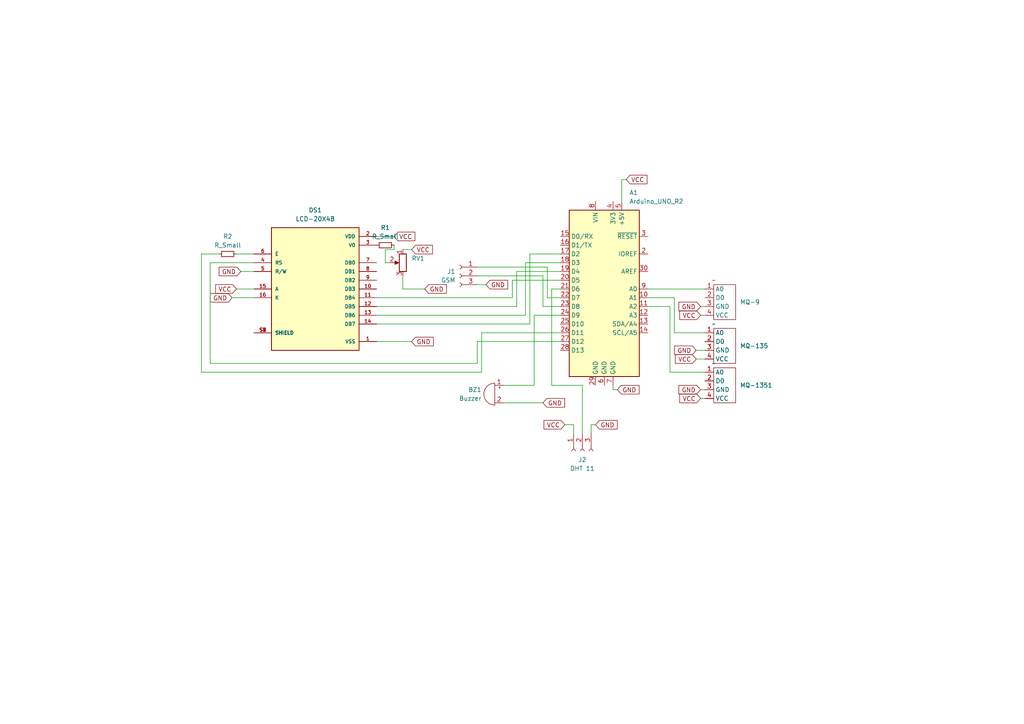
<source format=kicad_sch>
(kicad_sch (version 20230121) (generator eeschema)

  (uuid 718da5dc-deb2-4c02-95e8-01ff0763f143)

  (paper "A4")

  (lib_symbols
    (symbol "Connector:Conn_01x03_Socket" (pin_names (offset 1.016) hide) (in_bom yes) (on_board yes)
      (property "Reference" "J" (at 0 5.08 0)
        (effects (font (size 1.27 1.27)))
      )
      (property "Value" "Conn_01x03_Socket" (at 0 -5.08 0)
        (effects (font (size 1.27 1.27)))
      )
      (property "Footprint" "" (at 0 0 0)
        (effects (font (size 1.27 1.27)) hide)
      )
      (property "Datasheet" "~" (at 0 0 0)
        (effects (font (size 1.27 1.27)) hide)
      )
      (property "ki_locked" "" (at 0 0 0)
        (effects (font (size 1.27 1.27)))
      )
      (property "ki_keywords" "connector" (at 0 0 0)
        (effects (font (size 1.27 1.27)) hide)
      )
      (property "ki_description" "Generic connector, single row, 01x03, script generated" (at 0 0 0)
        (effects (font (size 1.27 1.27)) hide)
      )
      (property "ki_fp_filters" "Connector*:*_1x??_*" (at 0 0 0)
        (effects (font (size 1.27 1.27)) hide)
      )
      (symbol "Conn_01x03_Socket_1_1"
        (arc (start 0 -2.032) (mid -0.5058 -2.54) (end 0 -3.048)
          (stroke (width 0.1524) (type default))
          (fill (type none))
        )
        (polyline
          (pts
            (xy -1.27 -2.54)
            (xy -0.508 -2.54)
          )
          (stroke (width 0.1524) (type default))
          (fill (type none))
        )
        (polyline
          (pts
            (xy -1.27 0)
            (xy -0.508 0)
          )
          (stroke (width 0.1524) (type default))
          (fill (type none))
        )
        (polyline
          (pts
            (xy -1.27 2.54)
            (xy -0.508 2.54)
          )
          (stroke (width 0.1524) (type default))
          (fill (type none))
        )
        (arc (start 0 0.508) (mid -0.5058 0) (end 0 -0.508)
          (stroke (width 0.1524) (type default))
          (fill (type none))
        )
        (arc (start 0 3.048) (mid -0.5058 2.54) (end 0 2.032)
          (stroke (width 0.1524) (type default))
          (fill (type none))
        )
        (pin passive line (at -5.08 2.54 0) (length 3.81)
          (name "Pin_1" (effects (font (size 1.27 1.27))))
          (number "1" (effects (font (size 1.27 1.27))))
        )
        (pin passive line (at -5.08 0 0) (length 3.81)
          (name "Pin_2" (effects (font (size 1.27 1.27))))
          (number "2" (effects (font (size 1.27 1.27))))
        )
        (pin passive line (at -5.08 -2.54 0) (length 3.81)
          (name "Pin_3" (effects (font (size 1.27 1.27))))
          (number "3" (effects (font (size 1.27 1.27))))
        )
      )
    )
    (symbol "Device:Buzzer" (pin_names (offset 0.0254) hide) (in_bom yes) (on_board yes)
      (property "Reference" "BZ" (at 3.81 1.27 0)
        (effects (font (size 1.27 1.27)) (justify left))
      )
      (property "Value" "Buzzer" (at 3.81 -1.27 0)
        (effects (font (size 1.27 1.27)) (justify left))
      )
      (property "Footprint" "" (at -0.635 2.54 90)
        (effects (font (size 1.27 1.27)) hide)
      )
      (property "Datasheet" "~" (at -0.635 2.54 90)
        (effects (font (size 1.27 1.27)) hide)
      )
      (property "ki_keywords" "quartz resonator ceramic" (at 0 0 0)
        (effects (font (size 1.27 1.27)) hide)
      )
      (property "ki_description" "Buzzer, polarized" (at 0 0 0)
        (effects (font (size 1.27 1.27)) hide)
      )
      (property "ki_fp_filters" "*Buzzer*" (at 0 0 0)
        (effects (font (size 1.27 1.27)) hide)
      )
      (symbol "Buzzer_0_1"
        (arc (start 0 -3.175) (mid 3.1612 0) (end 0 3.175)
          (stroke (width 0) (type default))
          (fill (type none))
        )
        (polyline
          (pts
            (xy -1.651 1.905)
            (xy -1.143 1.905)
          )
          (stroke (width 0) (type default))
          (fill (type none))
        )
        (polyline
          (pts
            (xy -1.397 2.159)
            (xy -1.397 1.651)
          )
          (stroke (width 0) (type default))
          (fill (type none))
        )
        (polyline
          (pts
            (xy 0 3.175)
            (xy 0 -3.175)
          )
          (stroke (width 0) (type default))
          (fill (type none))
        )
      )
      (symbol "Buzzer_1_1"
        (pin passive line (at -2.54 2.54 0) (length 2.54)
          (name "+" (effects (font (size 1.27 1.27))))
          (number "1" (effects (font (size 1.27 1.27))))
        )
        (pin passive line (at -2.54 -2.54 0) (length 2.54)
          (name "-" (effects (font (size 1.27 1.27))))
          (number "2" (effects (font (size 1.27 1.27))))
        )
      )
    )
    (symbol "Device:R_Potentiometer" (pin_names (offset 1.016) hide) (in_bom yes) (on_board yes)
      (property "Reference" "RV" (at -4.445 0 90)
        (effects (font (size 1.27 1.27)))
      )
      (property "Value" "R_Potentiometer" (at -2.54 0 90)
        (effects (font (size 1.27 1.27)))
      )
      (property "Footprint" "" (at 0 0 0)
        (effects (font (size 1.27 1.27)) hide)
      )
      (property "Datasheet" "~" (at 0 0 0)
        (effects (font (size 1.27 1.27)) hide)
      )
      (property "ki_keywords" "resistor variable" (at 0 0 0)
        (effects (font (size 1.27 1.27)) hide)
      )
      (property "ki_description" "Potentiometer" (at 0 0 0)
        (effects (font (size 1.27 1.27)) hide)
      )
      (property "ki_fp_filters" "Potentiometer*" (at 0 0 0)
        (effects (font (size 1.27 1.27)) hide)
      )
      (symbol "R_Potentiometer_0_1"
        (polyline
          (pts
            (xy 2.54 0)
            (xy 1.524 0)
          )
          (stroke (width 0) (type default))
          (fill (type none))
        )
        (polyline
          (pts
            (xy 1.143 0)
            (xy 2.286 0.508)
            (xy 2.286 -0.508)
            (xy 1.143 0)
          )
          (stroke (width 0) (type default))
          (fill (type outline))
        )
        (rectangle (start 1.016 2.54) (end -1.016 -2.54)
          (stroke (width 0.254) (type default))
          (fill (type none))
        )
      )
      (symbol "R_Potentiometer_1_1"
        (pin passive line (at 0 3.81 270) (length 1.27)
          (name "1" (effects (font (size 1.27 1.27))))
          (number "1" (effects (font (size 1.27 1.27))))
        )
        (pin passive line (at 3.81 0 180) (length 1.27)
          (name "2" (effects (font (size 1.27 1.27))))
          (number "2" (effects (font (size 1.27 1.27))))
        )
        (pin passive line (at 0 -3.81 90) (length 1.27)
          (name "3" (effects (font (size 1.27 1.27))))
          (number "3" (effects (font (size 1.27 1.27))))
        )
      )
    )
    (symbol "Device:R_Small" (pin_numbers hide) (pin_names (offset 0.254) hide) (in_bom yes) (on_board yes)
      (property "Reference" "R" (at 0.762 0.508 0)
        (effects (font (size 1.27 1.27)) (justify left))
      )
      (property "Value" "R_Small" (at 0.762 -1.016 0)
        (effects (font (size 1.27 1.27)) (justify left))
      )
      (property "Footprint" "" (at 0 0 0)
        (effects (font (size 1.27 1.27)) hide)
      )
      (property "Datasheet" "~" (at 0 0 0)
        (effects (font (size 1.27 1.27)) hide)
      )
      (property "ki_keywords" "R resistor" (at 0 0 0)
        (effects (font (size 1.27 1.27)) hide)
      )
      (property "ki_description" "Resistor, small symbol" (at 0 0 0)
        (effects (font (size 1.27 1.27)) hide)
      )
      (property "ki_fp_filters" "R_*" (at 0 0 0)
        (effects (font (size 1.27 1.27)) hide)
      )
      (symbol "R_Small_0_1"
        (rectangle (start -0.762 1.778) (end 0.762 -1.778)
          (stroke (width 0.2032) (type default))
          (fill (type none))
        )
      )
      (symbol "R_Small_1_1"
        (pin passive line (at 0 2.54 270) (length 0.762)
          (name "~" (effects (font (size 1.27 1.27))))
          (number "1" (effects (font (size 1.27 1.27))))
        )
        (pin passive line (at 0 -2.54 90) (length 0.762)
          (name "~" (effects (font (size 1.27 1.27))))
          (number "2" (effects (font (size 1.27 1.27))))
        )
      )
    )
    (symbol "LCD-20X4B:LCD-20X4B" (pin_names (offset 1.016)) (in_bom yes) (on_board yes)
      (property "Reference" "DS" (at -12.7 19.05 0)
        (effects (font (size 1.27 1.27)) (justify left bottom))
      )
      (property "Value" "LCD-20X4B" (at -12.7 -20.32 0)
        (effects (font (size 1.27 1.27)) (justify left bottom))
      )
      (property "Footprint" "LCD-20X4B:LCD_LCD-20X4B" (at 0 0 0)
        (effects (font (size 1.27 1.27)) (justify bottom) hide)
      )
      (property "Datasheet" "" (at 0 0 0)
        (effects (font (size 1.27 1.27)) hide)
      )
      (property "MF" "Gravitech" (at 0 0 0)
        (effects (font (size 1.27 1.27)) (justify bottom) hide)
      )
      (property "MAXIMUM_PACKAGE_HEIGHT" "14 mm" (at 0 0 0)
        (effects (font (size 1.27 1.27)) (justify bottom) hide)
      )
      (property "Package" "None" (at 0 0 0)
        (effects (font (size 1.27 1.27)) (justify bottom) hide)
      )
      (property "Price" "None" (at 0 0 0)
        (effects (font (size 1.27 1.27)) (justify bottom) hide)
      )
      (property "Check_prices" "https://www.snapeda.com/parts/LCD-20X4B/Gravitech/view-part/?ref=eda" (at 0 0 0)
        (effects (font (size 1.27 1.27)) (justify bottom) hide)
      )
      (property "STANDARD" "Manufacturer Recommendations" (at 0 0 0)
        (effects (font (size 1.27 1.27)) (justify bottom) hide)
      )
      (property "PARTREV" "N/A" (at 0 0 0)
        (effects (font (size 1.27 1.27)) (justify bottom) hide)
      )
      (property "SnapEDA_Link" "https://www.snapeda.com/parts/LCD-20X4B/Gravitech/view-part/?ref=snap" (at 0 0 0)
        (effects (font (size 1.27 1.27)) (justify bottom) hide)
      )
      (property "MP" "LCD-20X4B" (at 0 0 0)
        (effects (font (size 1.27 1.27)) (justify bottom) hide)
      )
      (property "Description" "\n                        \n                            Display Development Tools 20X4 CHARACTER BLUE LCD W/BACKLIGHT\n                        \n" (at 0 0 0)
        (effects (font (size 1.27 1.27)) (justify bottom) hide)
      )
      (property "Availability" "Not in stock" (at 0 0 0)
        (effects (font (size 1.27 1.27)) (justify bottom) hide)
      )
      (property "MANUFACTURER" "Gravitech" (at 0 0 0)
        (effects (font (size 1.27 1.27)) (justify bottom) hide)
      )
      (symbol "LCD-20X4B_0_0"
        (rectangle (start -12.7 -17.78) (end 12.7 17.78)
          (stroke (width 0.254) (type default))
          (fill (type background))
        )
        (pin power_in line (at 17.78 -15.24 180) (length 5.08)
          (name "VSS" (effects (font (size 1.016 1.016))))
          (number "1" (effects (font (size 1.016 1.016))))
        )
        (pin bidirectional line (at 17.78 0 180) (length 5.08)
          (name "DB3" (effects (font (size 1.016 1.016))))
          (number "10" (effects (font (size 1.016 1.016))))
        )
        (pin bidirectional line (at 17.78 -2.54 180) (length 5.08)
          (name "DB4" (effects (font (size 1.016 1.016))))
          (number "11" (effects (font (size 1.016 1.016))))
        )
        (pin bidirectional line (at 17.78 -5.08 180) (length 5.08)
          (name "DB5" (effects (font (size 1.016 1.016))))
          (number "12" (effects (font (size 1.016 1.016))))
        )
        (pin bidirectional line (at 17.78 -7.62 180) (length 5.08)
          (name "DB6" (effects (font (size 1.016 1.016))))
          (number "13" (effects (font (size 1.016 1.016))))
        )
        (pin bidirectional line (at 17.78 -10.16 180) (length 5.08)
          (name "DB7" (effects (font (size 1.016 1.016))))
          (number "14" (effects (font (size 1.016 1.016))))
        )
        (pin passive line (at -17.78 0 0) (length 5.08)
          (name "A" (effects (font (size 1.016 1.016))))
          (number "15" (effects (font (size 1.016 1.016))))
        )
        (pin passive line (at -17.78 -2.54 0) (length 5.08)
          (name "K" (effects (font (size 1.016 1.016))))
          (number "16" (effects (font (size 1.016 1.016))))
        )
        (pin power_in line (at 17.78 15.24 180) (length 5.08)
          (name "VDD" (effects (font (size 1.016 1.016))))
          (number "2" (effects (font (size 1.016 1.016))))
        )
        (pin power_in line (at 17.78 12.7 180) (length 5.08)
          (name "V0" (effects (font (size 1.016 1.016))))
          (number "3" (effects (font (size 1.016 1.016))))
        )
        (pin input line (at -17.78 7.62 0) (length 5.08)
          (name "RS" (effects (font (size 1.016 1.016))))
          (number "4" (effects (font (size 1.016 1.016))))
        )
        (pin input line (at -17.78 5.08 0) (length 5.08)
          (name "R/W" (effects (font (size 1.016 1.016))))
          (number "5" (effects (font (size 1.016 1.016))))
        )
        (pin input line (at -17.78 10.16 0) (length 5.08)
          (name "E" (effects (font (size 1.016 1.016))))
          (number "6" (effects (font (size 1.016 1.016))))
        )
        (pin bidirectional line (at 17.78 7.62 180) (length 5.08)
          (name "DB0" (effects (font (size 1.016 1.016))))
          (number "7" (effects (font (size 1.016 1.016))))
        )
        (pin bidirectional line (at 17.78 5.08 180) (length 5.08)
          (name "DB1" (effects (font (size 1.016 1.016))))
          (number "8" (effects (font (size 1.016 1.016))))
        )
        (pin bidirectional line (at 17.78 2.54 180) (length 5.08)
          (name "DB2" (effects (font (size 1.016 1.016))))
          (number "9" (effects (font (size 1.016 1.016))))
        )
        (pin passive line (at -17.78 -12.7 0) (length 5.08)
          (name "SHIELD" (effects (font (size 1.016 1.016))))
          (number "S1" (effects (font (size 1.016 1.016))))
        )
        (pin passive line (at -17.78 -12.7 0) (length 5.08)
          (name "SHIELD" (effects (font (size 1.016 1.016))))
          (number "S2" (effects (font (size 1.016 1.016))))
        )
        (pin passive line (at -17.78 -12.7 0) (length 5.08)
          (name "SHIELD" (effects (font (size 1.016 1.016))))
          (number "S3" (effects (font (size 1.016 1.016))))
        )
        (pin passive line (at -17.78 -12.7 0) (length 5.08)
          (name "SHIELD" (effects (font (size 1.016 1.016))))
          (number "S4" (effects (font (size 1.016 1.016))))
        )
      )
    )
    (symbol "MCU_Module:Arduino_UNO_R2" (in_bom yes) (on_board yes)
      (property "Reference" "A" (at -10.16 23.495 0)
        (effects (font (size 1.27 1.27)) (justify left bottom))
      )
      (property "Value" "Arduino_UNO_R2" (at 5.08 -26.67 0)
        (effects (font (size 1.27 1.27)) (justify left top))
      )
      (property "Footprint" "Module:Arduino_UNO_R2" (at 0 0 0)
        (effects (font (size 1.27 1.27) italic) hide)
      )
      (property "Datasheet" "https://www.arduino.cc/en/Main/arduinoBoardUno" (at 0 0 0)
        (effects (font (size 1.27 1.27)) hide)
      )
      (property "ki_keywords" "Arduino UNO R3 Microcontroller Module Atmel AVR USB" (at 0 0 0)
        (effects (font (size 1.27 1.27)) hide)
      )
      (property "ki_description" "Arduino UNO Microcontroller Module, release 2" (at 0 0 0)
        (effects (font (size 1.27 1.27)) hide)
      )
      (property "ki_fp_filters" "Arduino*UNO*R2*" (at 0 0 0)
        (effects (font (size 1.27 1.27)) hide)
      )
      (symbol "Arduino_UNO_R2_0_1"
        (rectangle (start -10.16 22.86) (end 10.16 -25.4)
          (stroke (width 0.254) (type default))
          (fill (type background))
        )
      )
      (symbol "Arduino_UNO_R2_1_1"
        (pin no_connect line (at -10.16 -20.32 0) (length 2.54) hide
          (name "NC" (effects (font (size 1.27 1.27))))
          (number "1" (effects (font (size 1.27 1.27))))
        )
        (pin bidirectional line (at 12.7 -2.54 180) (length 2.54)
          (name "A1" (effects (font (size 1.27 1.27))))
          (number "10" (effects (font (size 1.27 1.27))))
        )
        (pin bidirectional line (at 12.7 -5.08 180) (length 2.54)
          (name "A2" (effects (font (size 1.27 1.27))))
          (number "11" (effects (font (size 1.27 1.27))))
        )
        (pin bidirectional line (at 12.7 -7.62 180) (length 2.54)
          (name "A3" (effects (font (size 1.27 1.27))))
          (number "12" (effects (font (size 1.27 1.27))))
        )
        (pin bidirectional line (at 12.7 -10.16 180) (length 2.54)
          (name "SDA/A4" (effects (font (size 1.27 1.27))))
          (number "13" (effects (font (size 1.27 1.27))))
        )
        (pin bidirectional line (at 12.7 -12.7 180) (length 2.54)
          (name "SCL/A5" (effects (font (size 1.27 1.27))))
          (number "14" (effects (font (size 1.27 1.27))))
        )
        (pin bidirectional line (at -12.7 15.24 0) (length 2.54)
          (name "D0/RX" (effects (font (size 1.27 1.27))))
          (number "15" (effects (font (size 1.27 1.27))))
        )
        (pin bidirectional line (at -12.7 12.7 0) (length 2.54)
          (name "D1/TX" (effects (font (size 1.27 1.27))))
          (number "16" (effects (font (size 1.27 1.27))))
        )
        (pin bidirectional line (at -12.7 10.16 0) (length 2.54)
          (name "D2" (effects (font (size 1.27 1.27))))
          (number "17" (effects (font (size 1.27 1.27))))
        )
        (pin bidirectional line (at -12.7 7.62 0) (length 2.54)
          (name "D3" (effects (font (size 1.27 1.27))))
          (number "18" (effects (font (size 1.27 1.27))))
        )
        (pin bidirectional line (at -12.7 5.08 0) (length 2.54)
          (name "D4" (effects (font (size 1.27 1.27))))
          (number "19" (effects (font (size 1.27 1.27))))
        )
        (pin output line (at 12.7 10.16 180) (length 2.54)
          (name "IOREF" (effects (font (size 1.27 1.27))))
          (number "2" (effects (font (size 1.27 1.27))))
        )
        (pin bidirectional line (at -12.7 2.54 0) (length 2.54)
          (name "D5" (effects (font (size 1.27 1.27))))
          (number "20" (effects (font (size 1.27 1.27))))
        )
        (pin bidirectional line (at -12.7 0 0) (length 2.54)
          (name "D6" (effects (font (size 1.27 1.27))))
          (number "21" (effects (font (size 1.27 1.27))))
        )
        (pin bidirectional line (at -12.7 -2.54 0) (length 2.54)
          (name "D7" (effects (font (size 1.27 1.27))))
          (number "22" (effects (font (size 1.27 1.27))))
        )
        (pin bidirectional line (at -12.7 -5.08 0) (length 2.54)
          (name "D8" (effects (font (size 1.27 1.27))))
          (number "23" (effects (font (size 1.27 1.27))))
        )
        (pin bidirectional line (at -12.7 -7.62 0) (length 2.54)
          (name "D9" (effects (font (size 1.27 1.27))))
          (number "24" (effects (font (size 1.27 1.27))))
        )
        (pin bidirectional line (at -12.7 -10.16 0) (length 2.54)
          (name "D10" (effects (font (size 1.27 1.27))))
          (number "25" (effects (font (size 1.27 1.27))))
        )
        (pin bidirectional line (at -12.7 -12.7 0) (length 2.54)
          (name "D11" (effects (font (size 1.27 1.27))))
          (number "26" (effects (font (size 1.27 1.27))))
        )
        (pin bidirectional line (at -12.7 -15.24 0) (length 2.54)
          (name "D12" (effects (font (size 1.27 1.27))))
          (number "27" (effects (font (size 1.27 1.27))))
        )
        (pin bidirectional line (at -12.7 -17.78 0) (length 2.54)
          (name "D13" (effects (font (size 1.27 1.27))))
          (number "28" (effects (font (size 1.27 1.27))))
        )
        (pin power_in line (at -2.54 -27.94 90) (length 2.54)
          (name "GND" (effects (font (size 1.27 1.27))))
          (number "29" (effects (font (size 1.27 1.27))))
        )
        (pin input line (at 12.7 15.24 180) (length 2.54)
          (name "~{RESET}" (effects (font (size 1.27 1.27))))
          (number "3" (effects (font (size 1.27 1.27))))
        )
        (pin input line (at 12.7 5.08 180) (length 2.54)
          (name "AREF" (effects (font (size 1.27 1.27))))
          (number "30" (effects (font (size 1.27 1.27))))
        )
        (pin power_out line (at 2.54 25.4 270) (length 2.54)
          (name "3V3" (effects (font (size 1.27 1.27))))
          (number "4" (effects (font (size 1.27 1.27))))
        )
        (pin power_out line (at 5.08 25.4 270) (length 2.54)
          (name "+5V" (effects (font (size 1.27 1.27))))
          (number "5" (effects (font (size 1.27 1.27))))
        )
        (pin power_in line (at 0 -27.94 90) (length 2.54)
          (name "GND" (effects (font (size 1.27 1.27))))
          (number "6" (effects (font (size 1.27 1.27))))
        )
        (pin power_in line (at 2.54 -27.94 90) (length 2.54)
          (name "GND" (effects (font (size 1.27 1.27))))
          (number "7" (effects (font (size 1.27 1.27))))
        )
        (pin power_in line (at -2.54 25.4 270) (length 2.54)
          (name "VIN" (effects (font (size 1.27 1.27))))
          (number "8" (effects (font (size 1.27 1.27))))
        )
        (pin bidirectional line (at 12.7 0 180) (length 2.54)
          (name "A0" (effects (font (size 1.27 1.27))))
          (number "9" (effects (font (size 1.27 1.27))))
        )
      )
    )
    (symbol "MQ-9:MQ-9" (in_bom yes) (on_board yes)
      (property "Reference" "MQ-9" (at 0 0 0)
        (effects (font (size 1.27 1.27)))
      )
      (property "Value" "" (at 0 0 0)
        (effects (font (size 1.27 1.27)))
      )
      (property "Footprint" "" (at 0 0 0)
        (effects (font (size 1.27 1.27)) hide)
      )
      (property "Datasheet" "" (at 0 0 0)
        (effects (font (size 1.27 1.27)) hide)
      )
      (symbol "MQ-9_0_1"
        (rectangle (start 0 -1.27) (end 6.35 -11.43)
          (stroke (width 0) (type default))
          (fill (type none))
        )
      )
      (symbol "MQ-9_1_1"
        (pin input line (at -2.54 -2.54 0) (length 2.54)
          (name "A0" (effects (font (size 1.27 1.27))))
          (number "1" (effects (font (size 1.27 1.27))))
        )
        (pin input line (at -2.54 -5.08 0) (length 2.54)
          (name "D0" (effects (font (size 1.27 1.27))))
          (number "2" (effects (font (size 1.27 1.27))))
        )
        (pin power_in line (at -2.54 -7.62 0) (length 2.54)
          (name "GND" (effects (font (size 1.27 1.27))))
          (number "3" (effects (font (size 1.27 1.27))))
        )
        (pin power_in line (at -2.54 -10.16 0) (length 2.54)
          (name "VCC" (effects (font (size 1.27 1.27))))
          (number "4" (effects (font (size 1.27 1.27))))
        )
      )
    )
  )


  (wire (pts (xy 160.02 111.76) (xy 168.91 111.76))
    (stroke (width 0) (type default))
    (uuid 033a00db-1ada-4908-9122-6ec0818c849c)
  )
  (wire (pts (xy 187.96 88.9) (xy 194.31 88.9))
    (stroke (width 0) (type default))
    (uuid 06521c13-d550-467e-ac11-234e91423083)
  )
  (wire (pts (xy 146.05 116.84) (xy 157.48 116.84))
    (stroke (width 0) (type default))
    (uuid 07b0df9a-e769-4125-884b-3c483b3e71b8)
  )
  (wire (pts (xy 138.43 77.47) (xy 158.75 77.47))
    (stroke (width 0) (type default))
    (uuid 0a8944ed-d5f0-49e4-a81d-8ca61d8804e1)
  )
  (wire (pts (xy 58.42 107.95) (xy 139.7 107.95))
    (stroke (width 0) (type default))
    (uuid 142814d0-3190-4507-9f45-3e55315bb464)
  )
  (wire (pts (xy 148.59 86.36) (xy 148.59 81.28))
    (stroke (width 0) (type default))
    (uuid 1918e263-13b0-4b8d-8549-c6625e04f872)
  )
  (wire (pts (xy 203.2 115.57) (xy 204.47 115.57))
    (stroke (width 0) (type default))
    (uuid 2563f2ff-5e7e-4d66-aef1-6b24c7b6d8b8)
  )
  (wire (pts (xy 68.58 83.82) (xy 73.66 83.82))
    (stroke (width 0) (type default))
    (uuid 2972e2a3-b222-46e7-ad9a-544931be764c)
  )
  (wire (pts (xy 109.22 86.36) (xy 148.59 86.36))
    (stroke (width 0) (type default))
    (uuid 2cee255f-622a-4664-a23a-80d43d0cb308)
  )
  (wire (pts (xy 148.59 81.28) (xy 162.56 81.28))
    (stroke (width 0) (type default))
    (uuid 2e0d7fc9-4bb1-4770-97d8-5b2ed38826df)
  )
  (wire (pts (xy 203.2 91.44) (xy 204.47 91.44))
    (stroke (width 0) (type default))
    (uuid 30970917-cdb1-4c4a-8a5a-d8e1f671c3ce)
  )
  (wire (pts (xy 146.05 111.76) (xy 154.94 111.76))
    (stroke (width 0) (type default))
    (uuid 32ad19dd-02ff-456f-bba7-6ae722625e0b)
  )
  (wire (pts (xy 139.7 96.52) (xy 162.56 96.52))
    (stroke (width 0) (type default))
    (uuid 347da14b-5b82-4441-b890-72a83114cebb)
  )
  (wire (pts (xy 139.7 107.95) (xy 139.7 96.52))
    (stroke (width 0) (type default))
    (uuid 37aa4c37-c2f2-4444-b744-a3b868ebd452)
  )
  (wire (pts (xy 138.43 105.41) (xy 138.43 99.06))
    (stroke (width 0) (type default))
    (uuid 381149ef-e1ae-4ede-8f60-f329356a37cd)
  )
  (wire (pts (xy 73.66 76.2) (xy 60.96 76.2))
    (stroke (width 0) (type default))
    (uuid 3e947d79-134d-4332-a928-dfa67c04c6fa)
  )
  (wire (pts (xy 187.96 86.36) (xy 195.58 86.36))
    (stroke (width 0) (type default))
    (uuid 40890d77-8466-4018-bf17-83cf978636fe)
  )
  (wire (pts (xy 116.84 80.01) (xy 116.84 83.82))
    (stroke (width 0) (type default))
    (uuid 424bdcad-04ef-4e70-a300-637de661844a)
  )
  (wire (pts (xy 138.43 99.06) (xy 162.56 99.06))
    (stroke (width 0) (type default))
    (uuid 47173c99-133d-48c6-9d29-f0acadfbc71f)
  )
  (wire (pts (xy 195.58 96.52) (xy 204.47 96.52))
    (stroke (width 0) (type default))
    (uuid 4c187151-77b8-4fff-828a-8a26f5a4a32f)
  )
  (wire (pts (xy 203.2 88.9) (xy 204.47 88.9))
    (stroke (width 0) (type default))
    (uuid 4fe002ad-1b4f-4caa-86c8-7c39d664d3f6)
  )
  (wire (pts (xy 203.2 113.03) (xy 204.47 113.03))
    (stroke (width 0) (type default))
    (uuid 5a2ef1de-a33e-4810-a9d2-52291071f7a1)
  )
  (wire (pts (xy 163.83 123.19) (xy 166.37 123.19))
    (stroke (width 0) (type default))
    (uuid 68f68cf4-10db-4595-aafa-d0aaaeb1ad82)
  )
  (wire (pts (xy 109.22 88.9) (xy 149.86 88.9))
    (stroke (width 0) (type default))
    (uuid 6a9717ba-cfda-409c-a743-d544ad100b5d)
  )
  (wire (pts (xy 153.67 73.66) (xy 162.56 73.66))
    (stroke (width 0) (type default))
    (uuid 6ae30e8e-5d08-46d6-98b3-8bfa76023a39)
  )
  (wire (pts (xy 58.42 73.66) (xy 63.5 73.66))
    (stroke (width 0) (type default))
    (uuid 6e43d752-6ad8-4d04-adb3-550cd34c7c4a)
  )
  (wire (pts (xy 68.58 73.66) (xy 73.66 73.66))
    (stroke (width 0) (type default))
    (uuid 727beeac-76bc-4da3-93ae-ca53875aa5ac)
  )
  (wire (pts (xy 160.02 83.82) (xy 160.02 111.76))
    (stroke (width 0) (type default))
    (uuid 732e7b32-4f11-4d2e-979d-fa3aad8b2693)
  )
  (wire (pts (xy 180.34 52.07) (xy 181.61 52.07))
    (stroke (width 0) (type default))
    (uuid 73c32000-952d-4bd4-bb8d-27c1966f29f3)
  )
  (wire (pts (xy 149.86 78.74) (xy 162.56 78.74))
    (stroke (width 0) (type default))
    (uuid 769c19a0-7766-47fd-87f8-0e76e40fdf72)
  )
  (wire (pts (xy 109.22 91.44) (xy 152.4 91.44))
    (stroke (width 0) (type default))
    (uuid 7db6c69a-4c12-4868-ab18-a11ac16b18d9)
  )
  (wire (pts (xy 116.84 72.39) (xy 119.38 72.39))
    (stroke (width 0) (type default))
    (uuid 82e13a0e-3f74-4c05-bd79-c1c1279eb97d)
  )
  (wire (pts (xy 157.48 88.9) (xy 162.56 88.9))
    (stroke (width 0) (type default))
    (uuid 846aa95b-ffc0-46ff-98c9-39f4784f32a8)
  )
  (wire (pts (xy 162.56 83.82) (xy 160.02 83.82))
    (stroke (width 0) (type default))
    (uuid 8750b245-6901-4c75-857e-dcd2696808de)
  )
  (wire (pts (xy 162.56 91.44) (xy 154.94 91.44))
    (stroke (width 0) (type default))
    (uuid 8d2f76b0-a6f5-42ed-b7ee-454b1586eddc)
  )
  (wire (pts (xy 152.4 91.44) (xy 152.4 76.2))
    (stroke (width 0) (type default))
    (uuid 940b2c3b-3198-4d7e-9499-1ae0a0466282)
  )
  (wire (pts (xy 157.48 80.01) (xy 157.48 88.9))
    (stroke (width 0) (type default))
    (uuid 948d7c6b-dcc0-4bcf-bf40-18e0784b4ccb)
  )
  (wire (pts (xy 180.34 58.42) (xy 180.34 52.07))
    (stroke (width 0) (type default))
    (uuid 95b14be0-73d9-4afd-a0d9-8102769c5f4d)
  )
  (wire (pts (xy 158.75 86.36) (xy 162.56 86.36))
    (stroke (width 0) (type default))
    (uuid 95c00c18-c421-446c-be33-933831ebe330)
  )
  (wire (pts (xy 158.75 77.47) (xy 158.75 86.36))
    (stroke (width 0) (type default))
    (uuid 98067b56-2617-4a4c-adcd-18cfcd1f264b)
  )
  (wire (pts (xy 111.76 76.2) (xy 113.03 76.2))
    (stroke (width 0) (type default))
    (uuid a2cbd5d2-1d77-4bdd-b11c-652b58d5a25f)
  )
  (wire (pts (xy 201.93 101.6) (xy 204.47 101.6))
    (stroke (width 0) (type default))
    (uuid a5e1948f-5b33-4d31-9d8d-54e6fe3e13fb)
  )
  (wire (pts (xy 114.3 72.39) (xy 111.76 72.39))
    (stroke (width 0) (type default))
    (uuid a823347d-5d75-4d26-ab7e-1db0e41bea6a)
  )
  (wire (pts (xy 153.67 93.98) (xy 153.67 73.66))
    (stroke (width 0) (type default))
    (uuid aaea4360-7c6c-4d08-a6ef-77a8065eef49)
  )
  (wire (pts (xy 116.84 83.82) (xy 123.19 83.82))
    (stroke (width 0) (type default))
    (uuid aafd9a9d-0e53-4d6f-a6cd-b947e3fccc56)
  )
  (wire (pts (xy 154.94 111.76) (xy 154.94 91.44))
    (stroke (width 0) (type default))
    (uuid ad71c59c-15b4-46cb-a186-26f06f7c8c5e)
  )
  (wire (pts (xy 171.45 125.73) (xy 171.45 123.19))
    (stroke (width 0) (type default))
    (uuid b003653a-910a-40c0-990f-db6b4f4abd63)
  )
  (wire (pts (xy 114.3 71.12) (xy 114.3 72.39))
    (stroke (width 0) (type default))
    (uuid bd113918-a46c-42d6-bef0-f1152ae63904)
  )
  (wire (pts (xy 195.58 86.36) (xy 195.58 96.52))
    (stroke (width 0) (type default))
    (uuid be8daad3-0542-402b-ae2c-fb1d15c199d4)
  )
  (wire (pts (xy 152.4 76.2) (xy 162.56 76.2))
    (stroke (width 0) (type default))
    (uuid c05445ce-32a6-480a-850d-c94ec705b139)
  )
  (wire (pts (xy 177.8 111.76) (xy 177.8 113.03))
    (stroke (width 0) (type default))
    (uuid c3f7e917-5f3f-4994-b3b6-62f46a983262)
  )
  (wire (pts (xy 109.22 68.58) (xy 114.3 68.58))
    (stroke (width 0) (type default))
    (uuid c98b7b3e-4606-4ac6-a782-ac84ccfee0bb)
  )
  (wire (pts (xy 171.45 123.19) (xy 172.72 123.19))
    (stroke (width 0) (type default))
    (uuid d0383239-3a91-4121-a8fb-c271d09417bd)
  )
  (wire (pts (xy 60.96 105.41) (xy 138.43 105.41))
    (stroke (width 0) (type default))
    (uuid d0d28243-5cc1-4a7a-901a-fe5ff0204f9d)
  )
  (wire (pts (xy 69.85 78.74) (xy 73.66 78.74))
    (stroke (width 0) (type default))
    (uuid d5fd58f3-a400-466b-97dc-283cb283f65b)
  )
  (wire (pts (xy 194.31 88.9) (xy 194.31 107.95))
    (stroke (width 0) (type default))
    (uuid d6d199a1-b6f1-45c9-94c4-35f9044f6fde)
  )
  (wire (pts (xy 111.76 72.39) (xy 111.76 76.2))
    (stroke (width 0) (type default))
    (uuid d9f1962f-9d0d-48a5-adc1-244d775dac5f)
  )
  (wire (pts (xy 166.37 123.19) (xy 166.37 125.73))
    (stroke (width 0) (type default))
    (uuid dcf8262b-92c0-4d78-9428-75f58b02c4ef)
  )
  (wire (pts (xy 177.8 113.03) (xy 179.07 113.03))
    (stroke (width 0) (type default))
    (uuid de9cfe7d-d179-4859-afbb-95c94988370a)
  )
  (wire (pts (xy 60.96 76.2) (xy 60.96 105.41))
    (stroke (width 0) (type default))
    (uuid e16fa73c-5241-435d-acec-a14afd79b546)
  )
  (wire (pts (xy 67.31 86.36) (xy 73.66 86.36))
    (stroke (width 0) (type default))
    (uuid e2fb6799-675b-4bf0-9822-6d32e61f17cf)
  )
  (wire (pts (xy 138.43 82.55) (xy 140.97 82.55))
    (stroke (width 0) (type default))
    (uuid e4358444-202e-456a-99ee-15096582b5b5)
  )
  (wire (pts (xy 149.86 88.9) (xy 149.86 78.74))
    (stroke (width 0) (type default))
    (uuid f0c2479a-edf1-4bd4-be0c-c36f61a44775)
  )
  (wire (pts (xy 109.22 93.98) (xy 153.67 93.98))
    (stroke (width 0) (type default))
    (uuid f17b8f86-6d71-40db-ab3f-63f0097f7759)
  )
  (wire (pts (xy 187.96 83.82) (xy 204.47 83.82))
    (stroke (width 0) (type default))
    (uuid f2aba107-6aaf-4646-b2c3-af897a4efbe4)
  )
  (wire (pts (xy 194.31 107.95) (xy 204.47 107.95))
    (stroke (width 0) (type default))
    (uuid f39319a8-eec5-4995-a9a6-438a211691a4)
  )
  (wire (pts (xy 138.43 80.01) (xy 157.48 80.01))
    (stroke (width 0) (type default))
    (uuid f3a172df-bfa9-4069-a331-962dbc83bf26)
  )
  (wire (pts (xy 58.42 73.66) (xy 58.42 107.95))
    (stroke (width 0) (type default))
    (uuid f42abc83-bbab-413c-a96c-243aa5f317cd)
  )
  (wire (pts (xy 168.91 111.76) (xy 168.91 125.73))
    (stroke (width 0) (type default))
    (uuid f4e9a486-a98d-45ea-aa58-ffdbd7e6de66)
  )
  (wire (pts (xy 201.93 104.14) (xy 204.47 104.14))
    (stroke (width 0) (type default))
    (uuid fa3caa72-5ed5-4176-9836-ad0f16bad03b)
  )
  (wire (pts (xy 109.22 99.06) (xy 119.38 99.06))
    (stroke (width 0) (type default))
    (uuid fd4fd864-4f8e-4230-9497-83861bc4e910)
  )

  (global_label "VCC" (shape input) (at 119.38 72.39 0) (fields_autoplaced)
    (effects (font (size 1.27 1.27)) (justify left))
    (uuid 1b7ebd16-42c6-460b-a22c-80f1c9a1eea3)
    (property "Intersheetrefs" "${INTERSHEET_REFS}" (at 125.9938 72.39 0)
      (effects (font (size 1.27 1.27)) (justify left) hide)
    )
  )
  (global_label "GND" (shape input) (at 67.31 86.36 180) (fields_autoplaced)
    (effects (font (size 1.27 1.27)) (justify right))
    (uuid 1fe8c750-6137-4732-8840-3eb015654d9b)
    (property "Intersheetrefs" "${INTERSHEET_REFS}" (at 60.4543 86.36 0)
      (effects (font (size 1.27 1.27)) (justify right) hide)
    )
  )
  (global_label "GND" (shape input) (at 123.19 83.82 0) (fields_autoplaced)
    (effects (font (size 1.27 1.27)) (justify left))
    (uuid 20489d5c-dc41-403a-b0c8-2852f46a19ee)
    (property "Intersheetrefs" "${INTERSHEET_REFS}" (at 130.0457 83.82 0)
      (effects (font (size 1.27 1.27)) (justify left) hide)
    )
  )
  (global_label "GND" (shape input) (at 69.85 78.74 180) (fields_autoplaced)
    (effects (font (size 1.27 1.27)) (justify right))
    (uuid 32e88b0f-55ce-4aaa-a0ad-f104b141dcce)
    (property "Intersheetrefs" "${INTERSHEET_REFS}" (at 62.9943 78.74 0)
      (effects (font (size 1.27 1.27)) (justify right) hide)
    )
  )
  (global_label "VCC" (shape input) (at 201.93 104.14 180) (fields_autoplaced)
    (effects (font (size 1.27 1.27)) (justify right))
    (uuid 33fba71a-a853-4f89-b8af-9838b41d1c24)
    (property "Intersheetrefs" "${INTERSHEET_REFS}" (at 195.3162 104.14 0)
      (effects (font (size 1.27 1.27)) (justify right) hide)
    )
  )
  (global_label "GND" (shape input) (at 157.48 116.84 0) (fields_autoplaced)
    (effects (font (size 1.27 1.27)) (justify left))
    (uuid 3522d10b-8228-4685-b5eb-8679d25a111c)
    (property "Intersheetrefs" "${INTERSHEET_REFS}" (at 164.3357 116.84 0)
      (effects (font (size 1.27 1.27)) (justify left) hide)
    )
  )
  (global_label "VCC" (shape input) (at 203.2 115.57 180) (fields_autoplaced)
    (effects (font (size 1.27 1.27)) (justify right))
    (uuid 3877c4fa-0876-4587-ab51-e0e600bd9a78)
    (property "Intersheetrefs" "${INTERSHEET_REFS}" (at 196.5862 115.57 0)
      (effects (font (size 1.27 1.27)) (justify right) hide)
    )
  )
  (global_label "VCC" (shape input) (at 181.61 52.07 0) (fields_autoplaced)
    (effects (font (size 1.27 1.27)) (justify left))
    (uuid 448e7005-1a49-4433-a38f-06e7038b3709)
    (property "Intersheetrefs" "${INTERSHEET_REFS}" (at 188.2238 52.07 0)
      (effects (font (size 1.27 1.27)) (justify left) hide)
    )
  )
  (global_label "GND" (shape input) (at 119.38 99.06 0) (fields_autoplaced)
    (effects (font (size 1.27 1.27)) (justify left))
    (uuid 51c46f9e-6682-4d77-a545-b57e1dc6c81d)
    (property "Intersheetrefs" "${INTERSHEET_REFS}" (at 126.2357 99.06 0)
      (effects (font (size 1.27 1.27)) (justify left) hide)
    )
  )
  (global_label "VCC" (shape input) (at 68.58 83.82 180) (fields_autoplaced)
    (effects (font (size 1.27 1.27)) (justify right))
    (uuid 559f25cb-ad8c-4f3b-ab6f-7d7dd979e00f)
    (property "Intersheetrefs" "${INTERSHEET_REFS}" (at 61.9662 83.82 0)
      (effects (font (size 1.27 1.27)) (justify right) hide)
    )
  )
  (global_label "GND" (shape input) (at 172.72 123.19 0) (fields_autoplaced)
    (effects (font (size 1.27 1.27)) (justify left))
    (uuid 66b96c7c-069d-453e-a9d8-f0dcdd7ddc82)
    (property "Intersheetrefs" "${INTERSHEET_REFS}" (at 179.5757 123.19 0)
      (effects (font (size 1.27 1.27)) (justify left) hide)
    )
  )
  (global_label "VCC" (shape input) (at 203.2 91.44 180) (fields_autoplaced)
    (effects (font (size 1.27 1.27)) (justify right))
    (uuid 757421db-8b2e-48b1-8de9-a3e64339d2be)
    (property "Intersheetrefs" "${INTERSHEET_REFS}" (at 196.5862 91.44 0)
      (effects (font (size 1.27 1.27)) (justify right) hide)
    )
  )
  (global_label "GND" (shape input) (at 203.2 113.03 180) (fields_autoplaced)
    (effects (font (size 1.27 1.27)) (justify right))
    (uuid 7d81a2c4-37c6-42d3-a701-5997a3568160)
    (property "Intersheetrefs" "${INTERSHEET_REFS}" (at 196.3443 113.03 0)
      (effects (font (size 1.27 1.27)) (justify right) hide)
    )
  )
  (global_label "GND" (shape input) (at 201.93 101.6 180) (fields_autoplaced)
    (effects (font (size 1.27 1.27)) (justify right))
    (uuid 992f96b2-a26b-407e-ad38-b9bcade8f222)
    (property "Intersheetrefs" "${INTERSHEET_REFS}" (at 195.0743 101.6 0)
      (effects (font (size 1.27 1.27)) (justify right) hide)
    )
  )
  (global_label "GND" (shape input) (at 203.2 88.9 180) (fields_autoplaced)
    (effects (font (size 1.27 1.27)) (justify right))
    (uuid be3b5673-0600-4691-aa87-60d752e76fab)
    (property "Intersheetrefs" "${INTERSHEET_REFS}" (at 196.3443 88.9 0)
      (effects (font (size 1.27 1.27)) (justify right) hide)
    )
  )
  (global_label "VCC" (shape input) (at 114.3 68.58 0) (fields_autoplaced)
    (effects (font (size 1.27 1.27)) (justify left))
    (uuid e09adeb6-dcbc-4f25-a256-755834939d86)
    (property "Intersheetrefs" "${INTERSHEET_REFS}" (at 120.9138 68.58 0)
      (effects (font (size 1.27 1.27)) (justify left) hide)
    )
  )
  (global_label "GND" (shape input) (at 140.97 82.55 0) (fields_autoplaced)
    (effects (font (size 1.27 1.27)) (justify left))
    (uuid e3428d2a-3df4-4c22-aaa8-5ee2716a6e02)
    (property "Intersheetrefs" "${INTERSHEET_REFS}" (at 147.8257 82.55 0)
      (effects (font (size 1.27 1.27)) (justify left) hide)
    )
  )
  (global_label "GND" (shape input) (at 179.07 113.03 0) (fields_autoplaced)
    (effects (font (size 1.27 1.27)) (justify left))
    (uuid e891b2de-9476-489b-a3cc-6a13e42691a5)
    (property "Intersheetrefs" "${INTERSHEET_REFS}" (at 185.9257 113.03 0)
      (effects (font (size 1.27 1.27)) (justify left) hide)
    )
  )
  (global_label "VCC" (shape input) (at 163.83 123.19 180) (fields_autoplaced)
    (effects (font (size 1.27 1.27)) (justify right))
    (uuid fcccdc09-dec6-4a91-9296-ba3ac83e602b)
    (property "Intersheetrefs" "${INTERSHEET_REFS}" (at 157.2162 123.19 0)
      (effects (font (size 1.27 1.27)) (justify right) hide)
    )
  )

  (symbol (lib_id "MQ-9:MQ-9") (at 207.01 93.98 0) (unit 1)
    (in_bom yes) (on_board yes) (dnp no) (fields_autoplaced)
    (uuid 0c39f06c-cf98-4e76-9a51-9b8322c89069)
    (property "Reference" "MQ-135" (at 214.63 100.33 0)
      (effects (font (size 1.27 1.27)) (justify left))
    )
    (property "Value" "~" (at 207.01 93.98 0)
      (effects (font (size 1.27 1.27)))
    )
    (property "Footprint" "Library:MQ-9" (at 207.01 93.98 0)
      (effects (font (size 1.27 1.27)) hide)
    )
    (property "Datasheet" "" (at 207.01 93.98 0)
      (effects (font (size 1.27 1.27)) hide)
    )
    (pin "1" (uuid 39c82c28-9cff-45df-b2d2-f008b0664db6))
    (pin "2" (uuid 8814398f-7654-4790-b43a-e667e6a14890))
    (pin "4" (uuid 16238856-bae6-4635-95a9-3676e6028586))
    (pin "3" (uuid 7fd9fbe0-6a3f-4e71-b4c3-5542c79bd978))
    (instances
      (project "PCB_Design"
        (path "/718da5dc-deb2-4c02-95e8-01ff0763f143"
          (reference "MQ-135") (unit 1)
        )
      )
    )
  )

  (symbol (lib_id "Device:R_Small") (at 111.76 71.12 90) (unit 1)
    (in_bom yes) (on_board yes) (dnp no) (fields_autoplaced)
    (uuid 1391cdbf-4a20-4407-9fa8-d2870890ed27)
    (property "Reference" "R1" (at 111.76 66.04 90)
      (effects (font (size 1.27 1.27)))
    )
    (property "Value" "R_Small" (at 111.76 68.58 90)
      (effects (font (size 1.27 1.27)))
    )
    (property "Footprint" "Resistor_THT:R_Axial_DIN0207_L6.3mm_D2.5mm_P7.62mm_Horizontal" (at 111.76 71.12 0)
      (effects (font (size 1.27 1.27)) hide)
    )
    (property "Datasheet" "~" (at 111.76 71.12 0)
      (effects (font (size 1.27 1.27)) hide)
    )
    (pin "2" (uuid 0e120be6-e2cc-497e-a9de-cae7f485a6fa))
    (pin "1" (uuid eecee185-47cf-4ae8-baf9-a685389675da))
    (instances
      (project "PCB_Design"
        (path "/718da5dc-deb2-4c02-95e8-01ff0763f143"
          (reference "R1") (unit 1)
        )
      )
    )
  )

  (symbol (lib_id "Device:Buzzer") (at 143.51 114.3 0) (mirror y) (unit 1)
    (in_bom yes) (on_board yes) (dnp no)
    (uuid 2b5ba7af-12d3-4e8b-90b1-200ce741e645)
    (property "Reference" "BZ1" (at 139.7 113.03 0)
      (effects (font (size 1.27 1.27)) (justify left))
    )
    (property "Value" "Buzzer" (at 139.7 115.57 0)
      (effects (font (size 1.27 1.27)) (justify left))
    )
    (property "Footprint" "Buzzer_Beeper:Buzzer_12x9.5RM7.6" (at 144.145 111.76 90)
      (effects (font (size 1.27 1.27)) hide)
    )
    (property "Datasheet" "~" (at 144.145 111.76 90)
      (effects (font (size 1.27 1.27)) hide)
    )
    (pin "1" (uuid e160f617-4b45-43ac-a745-6946787eb88b))
    (pin "2" (uuid 2ce7ef12-6d07-4888-bd6b-fa0c2b50119b))
    (instances
      (project "PCB_Design"
        (path "/718da5dc-deb2-4c02-95e8-01ff0763f143"
          (reference "BZ1") (unit 1)
        )
      )
    )
  )

  (symbol (lib_id "Device:R_Potentiometer") (at 116.84 76.2 0) (mirror y) (unit 1)
    (in_bom yes) (on_board yes) (dnp no)
    (uuid 5aeed755-7f93-4c9a-a6ed-665149613329)
    (property "Reference" "RV1" (at 119.38 74.93 0)
      (effects (font (size 1.27 1.27)) (justify right))
    )
    (property "Value" "R_Potentiometer" (at 119.38 77.47 0)
      (effects (font (size 1.27 1.27)) (justify right) hide)
    )
    (property "Footprint" "Potentiometer_THT:Potentiometer_Piher_T-16H_Single_Horizontal" (at 116.84 76.2 0)
      (effects (font (size 1.27 1.27)) hide)
    )
    (property "Datasheet" "~" (at 116.84 76.2 0)
      (effects (font (size 1.27 1.27)) hide)
    )
    (pin "3" (uuid 318432c9-b2cc-4ecf-a7c1-3028da6afead))
    (pin "1" (uuid 7ae52b3a-a744-4057-97cc-cbad4f7c027e))
    (pin "2" (uuid d15fd542-7303-4744-8dec-f343c6cc2161))
    (instances
      (project "PCB_Design"
        (path "/718da5dc-deb2-4c02-95e8-01ff0763f143"
          (reference "RV1") (unit 1)
        )
      )
    )
  )

  (symbol (lib_id "LCD-20X4B:LCD-20X4B") (at 91.44 83.82 0) (unit 1)
    (in_bom yes) (on_board yes) (dnp no) (fields_autoplaced)
    (uuid 6044e9c3-de79-4d50-b461-2972c49c7d51)
    (property "Reference" "DS1" (at 91.44 60.96 0)
      (effects (font (size 1.27 1.27)))
    )
    (property "Value" "LCD-20X4B" (at 91.44 63.5 0)
      (effects (font (size 1.27 1.27)))
    )
    (property "Footprint" "LCD-20X4B:LCD_LCD-20X4B" (at 91.44 83.82 0)
      (effects (font (size 1.27 1.27)) (justify bottom) hide)
    )
    (property "Datasheet" "" (at 91.44 83.82 0)
      (effects (font (size 1.27 1.27)) hide)
    )
    (property "MF" "Gravitech" (at 91.44 83.82 0)
      (effects (font (size 1.27 1.27)) (justify bottom) hide)
    )
    (property "MAXIMUM_PACKAGE_HEIGHT" "14 mm" (at 91.44 83.82 0)
      (effects (font (size 1.27 1.27)) (justify bottom) hide)
    )
    (property "Package" "None" (at 91.44 83.82 0)
      (effects (font (size 1.27 1.27)) (justify bottom) hide)
    )
    (property "Price" "None" (at 91.44 83.82 0)
      (effects (font (size 1.27 1.27)) (justify bottom) hide)
    )
    (property "Check_prices" "https://www.snapeda.com/parts/LCD-20X4B/Gravitech/view-part/?ref=eda" (at 91.44 83.82 0)
      (effects (font (size 1.27 1.27)) (justify bottom) hide)
    )
    (property "STANDARD" "Manufacturer Recommendations" (at 91.44 83.82 0)
      (effects (font (size 1.27 1.27)) (justify bottom) hide)
    )
    (property "PARTREV" "N/A" (at 91.44 83.82 0)
      (effects (font (size 1.27 1.27)) (justify bottom) hide)
    )
    (property "SnapEDA_Link" "https://www.snapeda.com/parts/LCD-20X4B/Gravitech/view-part/?ref=snap" (at 91.44 83.82 0)
      (effects (font (size 1.27 1.27)) (justify bottom) hide)
    )
    (property "MP" "LCD-20X4B" (at 91.44 83.82 0)
      (effects (font (size 1.27 1.27)) (justify bottom) hide)
    )
    (property "Description" "\n                        \n                            Display Development Tools 20X4 CHARACTER BLUE LCD W/BACKLIGHT\n                        \n" (at 91.44 83.82 0)
      (effects (font (size 1.27 1.27)) (justify bottom) hide)
    )
    (property "Availability" "Not in stock" (at 91.44 83.82 0)
      (effects (font (size 1.27 1.27)) (justify bottom) hide)
    )
    (property "MANUFACTURER" "Gravitech" (at 91.44 83.82 0)
      (effects (font (size 1.27 1.27)) (justify bottom) hide)
    )
    (pin "10" (uuid 72192262-2cfb-478a-b3b1-faf1448dedc6))
    (pin "6" (uuid a85e1bdc-e41e-4f2f-bffd-12bcb07650a5))
    (pin "S1" (uuid 782b9dc0-e01f-461a-b83e-847f96656cc0))
    (pin "8" (uuid 908bdb57-c150-4cbe-b88c-b8c22944d61d))
    (pin "S3" (uuid d94e1d7f-96e8-415e-be13-70f05a0720eb))
    (pin "7" (uuid 4707e4f0-0e19-42cb-949f-1ada1597dba1))
    (pin "16" (uuid 0b362281-e628-4344-8188-e56a836fb7af))
    (pin "5" (uuid c142e7ed-ec4c-480b-87f9-5c4f474ce086))
    (pin "2" (uuid 427693b9-30cd-4639-bf5d-95645ccd98c4))
    (pin "9" (uuid ff2ca8c8-f6e3-4128-b889-3e571647c73d))
    (pin "11" (uuid 7da63f29-0ac4-40c7-b3fb-77d25fe11503))
    (pin "15" (uuid b9ce13ed-649f-4e3c-92a7-5e016ef12b71))
    (pin "1" (uuid 5f58993e-2726-43b6-bfee-183b44723371))
    (pin "3" (uuid ccb5ff39-0b16-4cfa-9229-f8fd49ec5ec6))
    (pin "S4" (uuid c7bf7f67-6da3-4ba8-836c-2b08cc64b7fd))
    (pin "S2" (uuid e6117f41-fb1e-4c69-ab06-20ee60b0d9e7))
    (pin "4" (uuid 5515b5e5-3ece-49c5-b2bf-fd33aec637ed))
    (pin "13" (uuid af8f99ee-a15a-476e-9963-db53376eb218))
    (pin "12" (uuid aa76f080-470c-48b5-b474-9ed222b4e7f5))
    (pin "14" (uuid ece28fbc-aa79-4aea-98dc-bee8d4435409))
    (instances
      (project "PCB_Design"
        (path "/718da5dc-deb2-4c02-95e8-01ff0763f143"
          (reference "DS1") (unit 1)
        )
      )
    )
  )

  (symbol (lib_id "MCU_Module:Arduino_UNO_R2") (at 175.26 83.82 0) (unit 1)
    (in_bom yes) (on_board yes) (dnp no) (fields_autoplaced)
    (uuid 6cdf75dc-d481-4b11-a4fe-c0620e56cda0)
    (property "Reference" "A1" (at 182.5341 55.88 0)
      (effects (font (size 1.27 1.27)) (justify left))
    )
    (property "Value" "Arduino_UNO_R2" (at 182.5341 58.42 0)
      (effects (font (size 1.27 1.27)) (justify left))
    )
    (property "Footprint" "Module:Arduino_UNO_R2" (at 175.26 83.82 0)
      (effects (font (size 1.27 1.27) italic) hide)
    )
    (property "Datasheet" "https://www.arduino.cc/en/Main/arduinoBoardUno" (at 175.26 83.82 0)
      (effects (font (size 1.27 1.27)) hide)
    )
    (pin "19" (uuid ee49e220-79af-4e08-891e-e842650c369f))
    (pin "16" (uuid 1520f577-ba00-4ae6-8452-33272e34fc82))
    (pin "26" (uuid 21a98ce8-0c95-450b-b90c-a94d71d42830))
    (pin "13" (uuid 2a977a13-01fb-4bf7-8c28-0a30bd41fe83))
    (pin "1" (uuid 14b7f050-f1d4-48dd-8206-15f71f64d4ff))
    (pin "8" (uuid e6b3f064-dd91-4a5b-b36d-0577f9d1b05d))
    (pin "23" (uuid 580017b3-a020-4a13-afe0-811b173e3840))
    (pin "18" (uuid c3ad412b-75c7-4549-91fd-ba9a35b2f912))
    (pin "20" (uuid 41743f48-6555-4469-8fc8-746fc2aa3b10))
    (pin "29" (uuid a062b460-dab4-4cad-bdb0-b3cc0478c8b6))
    (pin "5" (uuid b1983db8-08ca-45ab-b240-08aed0b51f51))
    (pin "10" (uuid 7316ede0-5efb-4d23-a22a-2594fb2929f3))
    (pin "4" (uuid 1d412073-84cc-4317-847d-7f957ae52d3c))
    (pin "17" (uuid 92aede67-f6c3-4f8d-a84b-85965044ad31))
    (pin "15" (uuid 326332d4-1f3d-4aa6-9ce0-f8d4d076ae72))
    (pin "6" (uuid 2bf0159f-dbd8-46b8-a9e1-7a7c2e758854))
    (pin "9" (uuid 6c1cb848-8d1d-4b1a-a5eb-4890f5be0e77))
    (pin "24" (uuid d2bb9ef6-085f-44cc-86db-79e4784acd8c))
    (pin "27" (uuid 965b7092-2cac-4b22-a494-8d73e31c144d))
    (pin "3" (uuid 43b64baa-1b07-429c-b973-2a452d395d09))
    (pin "21" (uuid 18255f15-0f2f-45f0-a7f2-6a8dffb2b313))
    (pin "30" (uuid cd5426e1-4617-4a50-93b6-a55ac32cb862))
    (pin "12" (uuid 278fe743-bf46-4cd5-b588-10e30bb2a938))
    (pin "25" (uuid 5e5f127e-aac2-41b6-98be-fcd345abe4a5))
    (pin "2" (uuid d535be1f-6d6b-44dc-8e60-cce91008a3d4))
    (pin "14" (uuid 83bf3eb5-38d4-470d-ac5e-15a149b0db4a))
    (pin "11" (uuid 40671db2-c3dc-470f-ad63-cde2f463a815))
    (pin "7" (uuid d3ace582-aaae-4db4-af6f-c77345c54358))
    (pin "28" (uuid bd9b7615-668f-49d4-8e0c-3275ee72c8b9))
    (pin "22" (uuid 269cdd62-9ef7-4e01-8226-219f23d8e3dd))
    (instances
      (project "PCB_Design"
        (path "/718da5dc-deb2-4c02-95e8-01ff0763f143"
          (reference "A1") (unit 1)
        )
      )
    )
  )

  (symbol (lib_id "Connector:Conn_01x03_Socket") (at 168.91 130.81 90) (mirror x) (unit 1)
    (in_bom yes) (on_board yes) (dnp no)
    (uuid 72ae8f3a-d226-42e6-b2b9-4c791c0f2439)
    (property "Reference" "J2" (at 168.91 133.35 90)
      (effects (font (size 1.27 1.27)))
    )
    (property "Value" "DHT 11" (at 168.91 135.89 90)
      (effects (font (size 1.27 1.27)))
    )
    (property "Footprint" "Connector_PinSocket_2.54mm:PinSocket_1x03_P2.54mm_Vertical" (at 168.91 130.81 0)
      (effects (font (size 1.27 1.27)) hide)
    )
    (property "Datasheet" "~" (at 168.91 130.81 0)
      (effects (font (size 1.27 1.27)) hide)
    )
    (pin "3" (uuid 8b6bdb1f-8ba8-4ee9-acd3-a93315993e39))
    (pin "1" (uuid 5fa428f6-67ec-4e2d-a71e-4171bac5c642))
    (pin "2" (uuid fd03696f-94f3-4285-9c43-78c6da1918a2))
    (instances
      (project "PCB_Design"
        (path "/718da5dc-deb2-4c02-95e8-01ff0763f143"
          (reference "J2") (unit 1)
        )
      )
    )
  )

  (symbol (lib_id "Device:R_Small") (at 66.04 73.66 90) (unit 1)
    (in_bom yes) (on_board yes) (dnp no) (fields_autoplaced)
    (uuid 93b7f0a9-314b-48b4-ac17-d84ee797555d)
    (property "Reference" "R2" (at 66.04 68.58 90)
      (effects (font (size 1.27 1.27)))
    )
    (property "Value" "R_Small" (at 66.04 71.12 90)
      (effects (font (size 1.27 1.27)))
    )
    (property "Footprint" "Resistor_THT:R_Axial_DIN0204_L3.6mm_D1.6mm_P5.08mm_Horizontal" (at 66.04 73.66 0)
      (effects (font (size 1.27 1.27)) hide)
    )
    (property "Datasheet" "~" (at 66.04 73.66 0)
      (effects (font (size 1.27 1.27)) hide)
    )
    (pin "2" (uuid 21f564c7-df03-4319-b721-dc24990ad37a))
    (pin "1" (uuid 2f271e72-3dd3-4bf6-8953-f878855f85c6))
    (instances
      (project "PCB_Design"
        (path "/718da5dc-deb2-4c02-95e8-01ff0763f143"
          (reference "R2") (unit 1)
        )
      )
    )
  )

  (symbol (lib_id "MQ-9:MQ-9") (at 207.01 81.28 0) (unit 1)
    (in_bom yes) (on_board yes) (dnp no) (fields_autoplaced)
    (uuid b315aefa-16f2-4d20-83bc-8b3c50494f3b)
    (property "Reference" "MQ-9" (at 214.63 87.63 0)
      (effects (font (size 1.27 1.27)) (justify left))
    )
    (property "Value" "~" (at 207.01 81.28 0)
      (effects (font (size 1.27 1.27)))
    )
    (property "Footprint" "Library:MQ-9" (at 207.01 81.28 0)
      (effects (font (size 1.27 1.27)) hide)
    )
    (property "Datasheet" "" (at 207.01 81.28 0)
      (effects (font (size 1.27 1.27)) hide)
    )
    (pin "1" (uuid 8935f91f-01ba-4ae2-8014-739d32d0ad94))
    (pin "2" (uuid 152b8e94-bfa7-45e3-b439-21b63d7e8ed5))
    (pin "4" (uuid 6c739c4a-255e-4c66-a23b-064ee3cb6816))
    (pin "3" (uuid a4db088c-91dd-4fd9-b366-7772dbf990fb))
    (instances
      (project "PCB_Design"
        (path "/718da5dc-deb2-4c02-95e8-01ff0763f143"
          (reference "MQ-9") (unit 1)
        )
      )
    )
  )

  (symbol (lib_id "Connector:Conn_01x03_Socket") (at 133.35 80.01 0) (mirror y) (unit 1)
    (in_bom yes) (on_board yes) (dnp no)
    (uuid c7f1735a-b490-4bad-a9d3-dafe6790b399)
    (property "Reference" "J1" (at 132.08 78.74 0)
      (effects (font (size 1.27 1.27)) (justify left))
    )
    (property "Value" "GSM" (at 132.08 81.28 0)
      (effects (font (size 1.27 1.27)) (justify left))
    )
    (property "Footprint" "Connector_PinSocket_2.54mm:PinSocket_1x03_P2.54mm_Vertical" (at 133.35 80.01 0)
      (effects (font (size 1.27 1.27)) hide)
    )
    (property "Datasheet" "~" (at 133.35 80.01 0)
      (effects (font (size 1.27 1.27)) hide)
    )
    (pin "1" (uuid 0590952c-a752-4fa4-a711-0535f826b1e7))
    (pin "2" (uuid 78b9dc08-d32b-459f-9707-c9aa8e0625a8))
    (pin "3" (uuid 530a4d43-07b1-464b-a623-45d762e8f952))
    (instances
      (project "PCB_Design"
        (path "/718da5dc-deb2-4c02-95e8-01ff0763f143"
          (reference "J1") (unit 1)
        )
      )
    )
  )

  (symbol (lib_id "MQ-9:MQ-9") (at 207.01 105.41 0) (unit 1)
    (in_bom yes) (on_board yes) (dnp no) (fields_autoplaced)
    (uuid ee140a7a-27cb-4cd8-87bc-5a71aee29a19)
    (property "Reference" "MQ-1351" (at 214.63 111.76 0)
      (effects (font (size 1.27 1.27)) (justify left))
    )
    (property "Value" "~" (at 207.01 105.41 0)
      (effects (font (size 1.27 1.27)))
    )
    (property "Footprint" "Library:MQ-9" (at 207.01 105.41 0)
      (effects (font (size 1.27 1.27)) hide)
    )
    (property "Datasheet" "" (at 207.01 105.41 0)
      (effects (font (size 1.27 1.27)) hide)
    )
    (pin "1" (uuid 76dc277b-0aca-4fe1-9764-483135c04cfa))
    (pin "2" (uuid 771763f7-82d8-4ee9-b9cd-e117192155e4))
    (pin "4" (uuid 718dddb8-9522-4fab-9f64-12ac83434784))
    (pin "3" (uuid 2842c080-e3d7-40a6-a926-71e6fa81fdf5))
    (instances
      (project "PCB_Design"
        (path "/718da5dc-deb2-4c02-95e8-01ff0763f143"
          (reference "MQ-1351") (unit 1)
        )
      )
    )
  )

  (sheet_instances
    (path "/" (page "1"))
  )
)

</source>
